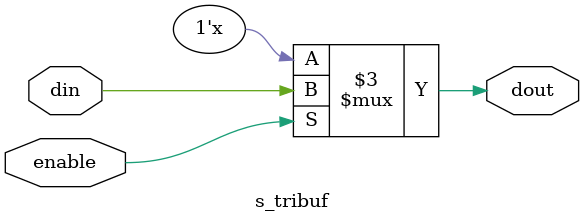
<source format=v>

module ser(
    input clock,
    input enable,
    input load,
    input [31:0]din,
    output dout
);


wire [4:0]count;
wire [31:0]reg_data;
wire d_out;
wire rst;

cnt4bit SEL_MUX(clock,load,count);
data DATA(din,load,clock,rst,reg_data);
mux16x4 MUX16X4(reg_data,count,enable,d_out);
s_tribuf TRIBUFF(enable,d_out,dout);


endmodule



module data(
	input [31:0]din,
	input load,
	input clk,
    output reg rst,
	output reg [31:0]temp
);


always @(posedge clk) begin
	if(load) begin
		temp<=din;
        rst<=1'b0;
	end
	else begin
		temp<=temp;
        rst<=1'b1;
    end
end

endmodule


module cnt4bit(
input clock,
input load,
output reg [4:0]count
);

always @ (posedge clock) begin
    if (!load)
        count<=count+5'd1;
    else
        count<=5'd0;
end

endmodule

module mux16x4 (
	input [31:0]d_in,
	input [4:0]sel,
        input enable,
	output reg d_out
);

always @(*) begin
	d_out<=d_in[sel];
end

endmodule

module s_tribuf(input enable, input din, output reg dout);
always @ (*)
begin
if(enable) dout<=din;
else dout<=1'bz; //for gds, 0
end
endmodule

</source>
